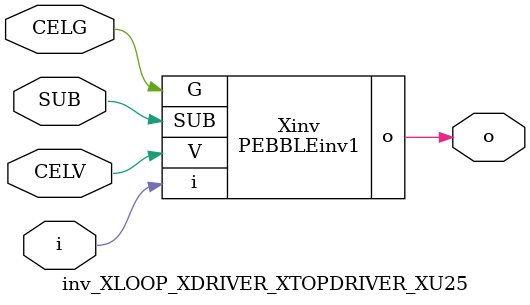
<source format=v>



module PEBBLEinv1 ( o, G, SUB, V, i );

  input V;
  input i;
  input G;
  output o;
  input SUB;
endmodule

//Celera Confidential Do Not Copy inv_XLOOP_XDRIVER_XTOPDRIVER_XU25
//Celera Confidential Symbol Generator
//5V Inverter
module inv_XLOOP_XDRIVER_XTOPDRIVER_XU25 (CELV,CELG,i,o,SUB);
input CELV;
input CELG;
input i;
input SUB;
output o;

//Celera Confidential Do Not Copy inv
PEBBLEinv1 Xinv(
.V (CELV),
.i (i),
.o (o),
.SUB (SUB),
.G (CELG)
);
//,diesize,PEBBLEinv1

//Celera Confidential Do Not Copy Module End
//Celera Schematic Generator
endmodule

</source>
